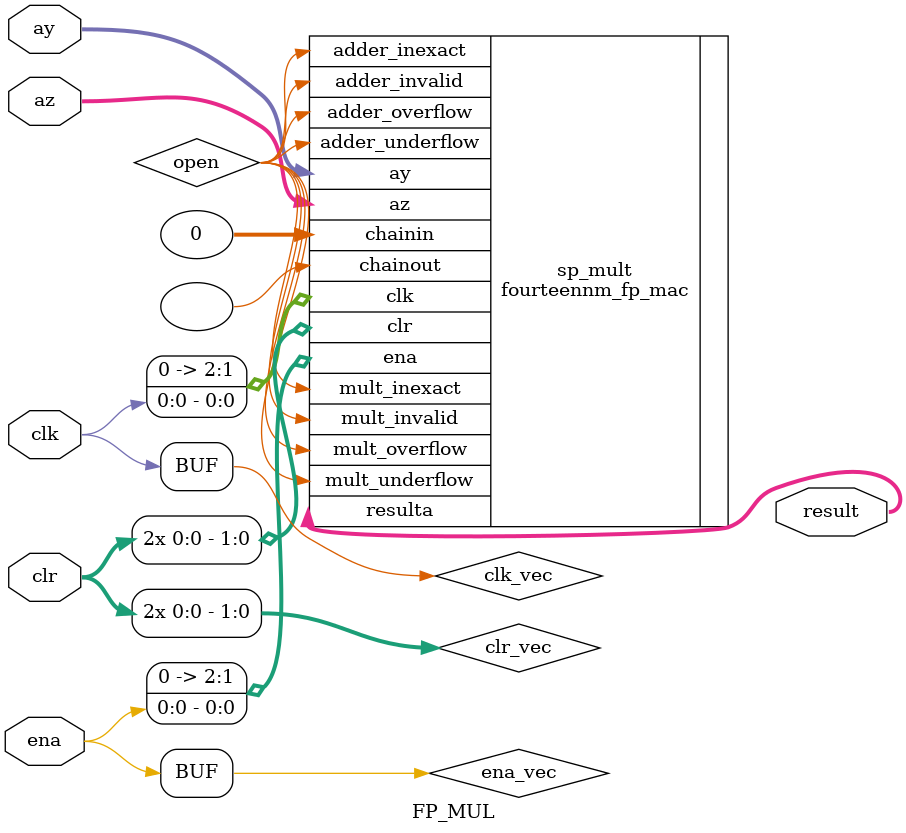
<source format=v>

module FP_MUL  (
    input  wire                          clk,
    input  wire                          ena,
    input  wire                          clr,
    input  wire [31:0]                   ay,
    input  wire [31:0]                   az,
    output wire [31:0]                   result
	);
    wire [1-1:0] clk_vec;
    wire [1-1:0] ena_vec;
    wire [1:0]                   clr_vec;
    assign clk_vec[0] = clk;
    assign ena_vec[0] = ena;
    assign clr_vec[1] = clr;
    assign clr_vec[0] = clr;
fourteennm_fp_mac  #(
    .accumulate_clock("NONE"),
    .ax_clock("NONE"),
    .ay_clock("0"),
    .az_clock("0"),
    .accum_pipeline_clock("NONE"),
    .ax_chainin_pl_clock("NONE"),
    .mult_pipeline_clock("0"),
    .accum_2nd_pipeline_clock("NONE"),
    .ax_chainin_2nd_pl_clock("NONE"),
    .mult_2nd_pipeline_clock("0"),
    .accum_adder_clock("NONE"),
    .adder_input_clock("NONE"),
    .output_clock("0"),
    .clear_type("sclr"),
    .use_chainin("false"),
    .operation_mode("sp_mult"),
    .adder_subtract("false")
) sp_mult (
    .clk({1'b0,1'b0,clk_vec[0]}),
    .ena({1'b0,1'b0,ena_vec[0]}),
    .clr(clr_vec),
    .ay(ay),
    .az(az),

    .chainin(32'b0),
    .resulta(result),
    .mult_overflow (open),
    .mult_underflow(open),
    .mult_invalid  (open),
    .mult_inexact  (open),
    .adder_overflow (open),
    .adder_underflow(open),
    .adder_invalid  (open),
    .adder_inexact  (open),
    .chainout()
);
endmodule

</source>
